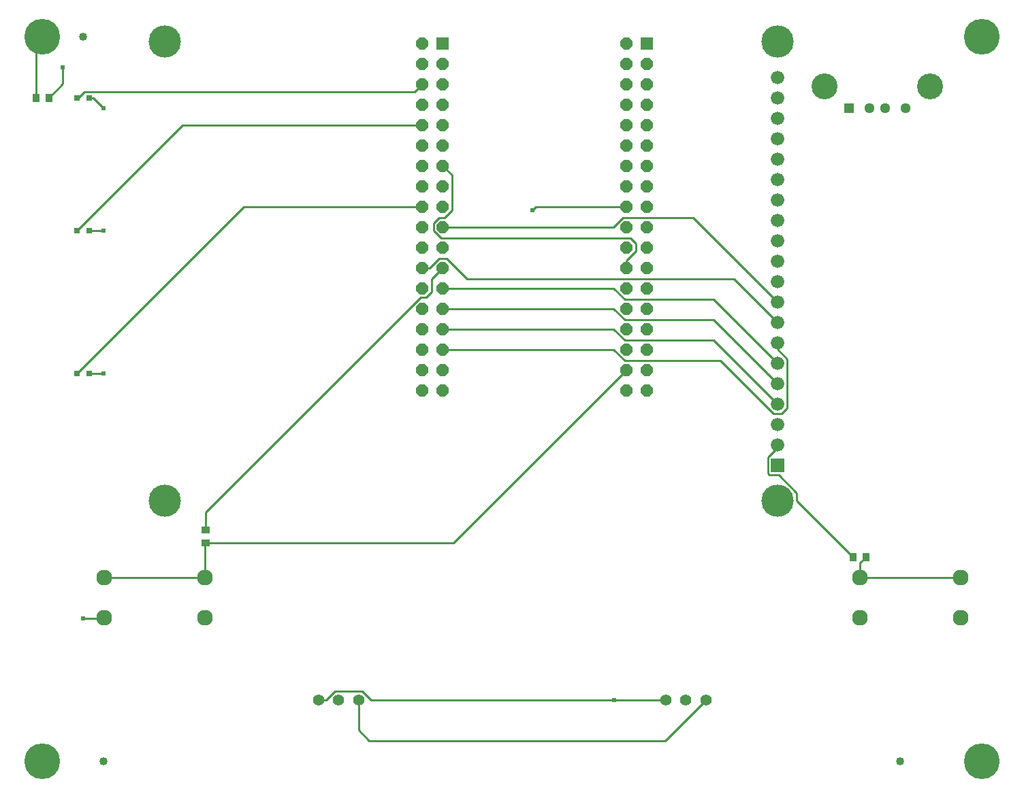
<source format=gbr>
G04 EAGLE Gerber RS-274X export*
G75*
%MOMM*%
%FSLAX34Y34*%
%LPD*%
%INTop Copper*%
%IPPOS*%
%AMOC8*
5,1,8,0,0,1.08239X$1,22.5*%
G01*
%ADD10R,0.800000X0.800000*%
%ADD11C,1.016000*%
%ADD12C,4.445000*%
%ADD13C,1.400000*%
%ADD14R,0.949959X1.031241*%
%ADD15R,1.031241X0.949959*%
%ADD16R,1.676400X1.676400*%
%ADD17C,1.676400*%
%ADD18C,4.016000*%
%ADD19C,1.960000*%
%ADD20R,1.524000X1.524000*%
%ADD21P,1.649562X8X292.500000*%
%ADD22R,1.288000X1.288000*%
%ADD23C,1.288000*%
%ADD24C,3.220000*%
%ADD25C,0.254000*%
%ADD26C,0.609600*%


D10*
X94100Y533400D03*
X109100Y533400D03*
X94100Y711200D03*
X109100Y711200D03*
X94100Y876300D03*
X109100Y876300D03*
D11*
X101600Y952500D03*
X1117600Y50800D03*
X127000Y50800D03*
D12*
X50800Y50800D03*
X1219200Y50800D03*
X1219200Y952500D03*
X50800Y952500D03*
D13*
X394100Y127000D03*
X419100Y127000D03*
X444100Y127000D03*
X825900Y127000D03*
X850900Y127000D03*
X875900Y127000D03*
D14*
X42799Y876300D03*
X58801Y876300D03*
D15*
X254000Y322199D03*
X254000Y338201D03*
D14*
X1074801Y304800D03*
X1058799Y304800D03*
D16*
X965200Y419100D03*
D17*
X965200Y444500D03*
X965200Y469900D03*
X965200Y495300D03*
X965200Y520700D03*
X965200Y546100D03*
X965200Y571500D03*
X965200Y596900D03*
X965200Y622300D03*
X965200Y647700D03*
X965200Y673100D03*
X965200Y698500D03*
X965200Y723900D03*
X965200Y749300D03*
X965200Y774700D03*
X965200Y800100D03*
X965200Y825500D03*
X965200Y850900D03*
X965200Y876300D03*
X965200Y901700D03*
D18*
X965200Y374650D03*
X965200Y946150D03*
X203200Y374650D03*
X203200Y946150D03*
D19*
X1192800Y279000D03*
X1192800Y229000D03*
X1067800Y229000D03*
X1067800Y279000D03*
X253000Y279000D03*
X253000Y229000D03*
X128000Y229000D03*
X128000Y279000D03*
D20*
X802900Y944200D03*
D21*
X777500Y944200D03*
X802900Y918800D03*
X777500Y918800D03*
X802900Y893400D03*
X777500Y893400D03*
X802900Y868000D03*
X777500Y868000D03*
X802900Y842600D03*
X777500Y842600D03*
X802900Y817200D03*
X777500Y817200D03*
X802900Y791800D03*
X777500Y791800D03*
X802900Y766400D03*
X777500Y766400D03*
X802900Y741000D03*
X777500Y741000D03*
X802900Y715600D03*
X777500Y715600D03*
X802900Y690200D03*
X777500Y690200D03*
X802900Y664800D03*
X777500Y664800D03*
X802900Y639400D03*
X777500Y639400D03*
X802900Y614000D03*
X777500Y614000D03*
X802900Y588600D03*
X777500Y588600D03*
X802900Y563200D03*
X777500Y563200D03*
X802900Y537800D03*
X777500Y537800D03*
X802900Y512400D03*
X777500Y512400D03*
D20*
X548900Y944200D03*
D21*
X523500Y944200D03*
X548900Y918800D03*
X523500Y918800D03*
X548900Y893400D03*
X523500Y893400D03*
X548900Y868000D03*
X523500Y868000D03*
X548900Y842600D03*
X523500Y842600D03*
X548900Y817200D03*
X523500Y817200D03*
X548900Y791800D03*
X523500Y791800D03*
X548900Y766400D03*
X523500Y766400D03*
X548900Y741000D03*
X523500Y741000D03*
X548900Y715600D03*
X523500Y715600D03*
X548900Y690200D03*
X523500Y690200D03*
X548900Y664800D03*
X523500Y664800D03*
X548900Y639400D03*
X523500Y639400D03*
X548900Y614000D03*
X523500Y614000D03*
X548900Y588600D03*
X523500Y588600D03*
X548900Y563200D03*
X523500Y563200D03*
X548900Y537800D03*
X523500Y537800D03*
X548900Y512400D03*
X523500Y512400D03*
D22*
X1054100Y863600D03*
D23*
X1079100Y863600D03*
X1099100Y863600D03*
X1124100Y863600D03*
D24*
X1023400Y890700D03*
X1154800Y890700D03*
D25*
X109100Y876300D02*
X107488Y876300D01*
X128000Y229000D02*
X127600Y228600D01*
X101600Y228600D01*
D26*
X101600Y228600D03*
D25*
X109100Y533400D02*
X127000Y533400D01*
D26*
X127000Y533400D03*
D25*
X127000Y711200D02*
X109100Y711200D01*
D26*
X127000Y711200D03*
D25*
X114300Y876300D02*
X109100Y876300D01*
X114300Y876300D02*
X127000Y863600D01*
D26*
X127000Y863600D03*
D25*
X76200Y893699D02*
X58801Y876300D01*
X76200Y893699D02*
X76200Y914400D01*
D26*
X76200Y914400D03*
D25*
X885870Y574630D02*
X965200Y495300D01*
X775306Y574630D02*
X761336Y588600D01*
X548900Y588600D01*
X775306Y574630D02*
X885870Y574630D01*
X885870Y600030D02*
X965200Y520700D01*
X775306Y600030D02*
X761336Y614000D01*
X548900Y614000D01*
X775306Y600030D02*
X885870Y600030D01*
X885870Y625430D02*
X965200Y546100D01*
X775306Y625430D02*
X761336Y639400D01*
X548900Y639400D01*
X775306Y625430D02*
X885870Y625430D01*
X960150Y483108D02*
X970250Y483108D01*
X977392Y490250D01*
X965200Y563342D02*
X965200Y571500D01*
X965200Y563342D02*
X977392Y551150D01*
X960150Y483108D02*
X894028Y549230D01*
X977392Y551150D02*
X977392Y490250D01*
X775306Y549230D02*
X761336Y563200D01*
X548900Y563200D01*
X775306Y549230D02*
X894028Y549230D01*
X825900Y127000D02*
X762000Y127000D01*
D26*
X762000Y127000D03*
X660400Y736600D03*
D25*
X664800Y741000D01*
X777500Y741000D01*
X403812Y127000D02*
X394100Y127000D01*
X459388Y127000D02*
X762000Y127000D01*
X414622Y137810D02*
X403812Y127000D01*
X448578Y137810D02*
X459388Y127000D01*
X448578Y137810D02*
X414622Y137810D01*
X911270Y650830D02*
X965200Y596900D01*
X553635Y676230D02*
X544166Y676230D01*
X532736Y664800D01*
X523500Y664800D01*
X553635Y676230D02*
X579035Y650830D01*
X911270Y650830D01*
X965200Y622300D02*
X860470Y727030D01*
X772766Y727030D01*
X761336Y715600D01*
X548900Y715600D01*
X301700Y741000D02*
X94100Y533400D01*
X301700Y741000D02*
X523500Y741000D01*
X225500Y842600D02*
X94100Y711200D01*
X225500Y842600D02*
X523500Y842600D01*
X95712Y876300D02*
X94100Y876300D01*
X95712Y876300D02*
X103522Y884110D01*
X514210Y884110D02*
X523500Y893400D01*
X514210Y884110D02*
X103522Y884110D01*
X1067800Y279000D02*
X1192800Y279000D01*
X1067800Y279000D02*
X1067800Y297799D01*
X1074801Y304800D01*
X534930Y634666D02*
X528235Y627970D01*
X534930Y650830D02*
X548900Y664800D01*
X534930Y650830D02*
X534930Y634666D01*
X528235Y627970D02*
X521306Y627970D01*
X965200Y444500D02*
X965200Y441252D01*
X254000Y360665D02*
X254000Y338201D01*
X254000Y360665D02*
X521306Y627970D01*
X989090Y374509D02*
X1058799Y304800D01*
X989090Y374509D02*
X989090Y384546D01*
X955240Y406908D02*
X953008Y409140D01*
X953008Y429060D01*
X965200Y441252D01*
X966728Y406908D02*
X989090Y384546D01*
X966728Y406908D02*
X955240Y406908D01*
X254000Y322199D02*
X253000Y323199D01*
X253000Y279400D01*
X253000Y279000D01*
X561899Y322199D02*
X777500Y537800D01*
X561899Y322199D02*
X254000Y322199D01*
X253000Y279400D02*
X252600Y279000D01*
X128000Y279000D01*
X537470Y720335D02*
X544166Y727030D01*
X537470Y720335D02*
X537470Y710866D01*
X782235Y701630D02*
X788930Y694935D01*
X788930Y685466D01*
X560330Y780370D02*
X548900Y791800D01*
X560330Y780370D02*
X560330Y736266D01*
X551095Y727030D01*
X544166Y727030D01*
X537470Y710866D02*
X546706Y701630D01*
X782235Y701630D01*
X777500Y674036D02*
X777500Y664800D01*
X777500Y674036D02*
X788930Y685466D01*
X444100Y127000D02*
X444100Y89300D01*
X457200Y76200D01*
X825100Y76200D01*
X875900Y127000D01*
X42799Y876300D02*
X42799Y944499D01*
X50800Y952500D01*
M02*

</source>
